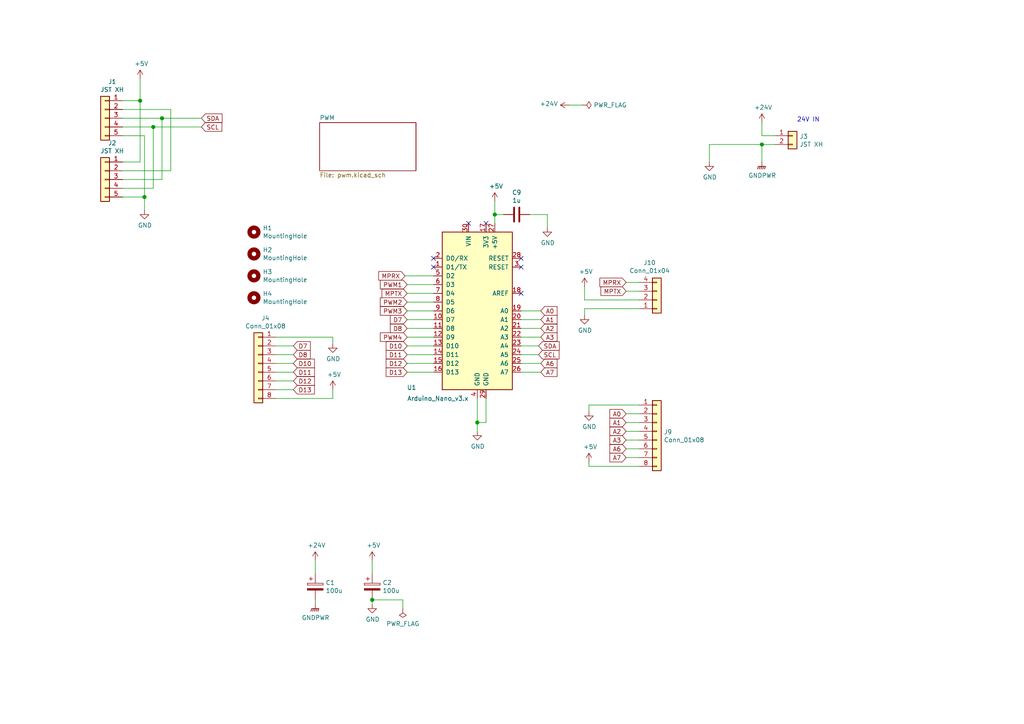
<source format=kicad_sch>
(kicad_sch (version 20250114) (generator "eeschema") (generator_version "9.0")
  (paper "A4")
  (lib_symbols
    (symbol "Connector_Generic:Conn_01x02" (pin_names (offset 1.016) (hide yes))
      (property "Reference" "J" (at 0 2.54 0))
      (property "Value" "Conn_01x02" (at 0 -5.08 0))
      (symbol "Conn_01x02_1_1"
        (rectangle (start -1.27 1.27) (end 1.27 -3.81) (stroke (width 0.254)) (fill (type background)))
        (rectangle (start -1.27 0.127) (end 0 -0.127) (stroke (width 0.1524)))
        (rectangle (start -1.27 -2.413) (end 0 -2.667) (stroke (width 0.1524)))
        (pin passive line (at -5.08 0 0) (length 3.81) (name "Pin_1") (number "1"))
        (pin passive line (at -5.08 -2.54 0) (length 3.81) (name "Pin_2") (number "2"))
      )
    )
    (symbol "Connector_Generic:Conn_01x04" (pin_names (offset 1.016) (hide yes))
      (property "Reference" "J" (at 0 5.08 0))
      (property "Value" "Conn_01x04" (at 0 -7.62 0))
      (symbol "Conn_01x04_1_1"
        (rectangle (start -1.27 3.81) (end 1.27 -6.35) (stroke (width 0.254)) (fill (type background)))
        (rectangle (start -1.27 2.667) (end 0 2.413) (stroke (width 0.1524)))
        (rectangle (start -1.27 0.127) (end 0 -0.127) (stroke (width 0.1524)))
        (rectangle (start -1.27 -2.413) (end 0 -2.667) (stroke (width 0.1524)))
        (rectangle (start -1.27 -4.953) (end 0 -5.207) (stroke (width 0.1524)))
        (pin passive line (at -5.08 2.54 0) (length 3.81) (name "Pin_1") (number "1"))
        (pin passive line (at -5.08 0 0) (length 3.81) (name "Pin_2") (number "2"))
        (pin passive line (at -5.08 -2.54 0) (length 3.81) (name "Pin_3") (number "3"))
        (pin passive line (at -5.08 -5.08 0) (length 3.81) (name "Pin_4") (number "4"))
      )
    )
    (symbol "Connector_Generic:Conn_01x05" (pin_names (offset 1.016) (hide yes))
      (property "Reference" "J" (at 0 7.62 0))
      (property "Value" "Conn_01x05" (at 0 -7.62 0))
      (symbol "Conn_01x05_1_1"
        (rectangle (start -1.27 6.35) (end 1.27 -6.35) (stroke (width 0.254)) (fill (type background)))
        (rectangle (start -1.27 5.207) (end 0 4.953) (stroke (width 0.1524)))
        (rectangle (start -1.27 2.667) (end 0 2.413) (stroke (width 0.1524)))
        (rectangle (start -1.27 0.127) (end 0 -0.127) (stroke (width 0.1524)))
        (rectangle (start -1.27 -2.413) (end 0 -2.667) (stroke (width 0.1524)))
        (rectangle (start -1.27 -4.953) (end 0 -5.207) (stroke (width 0.1524)))
        (pin passive line (at -5.08 5.08 0) (length 3.81) (name "Pin_1") (number "1"))
        (pin passive line (at -5.08 2.54 0) (length 3.81) (name "Pin_2") (number "2"))
        (pin passive line (at -5.08 0 0) (length 3.81) (name "Pin_3") (number "3"))
        (pin passive line (at -5.08 -2.54 0) (length 3.81) (name "Pin_4") (number "4"))
        (pin passive line (at -5.08 -5.08 0) (length 3.81) (name "Pin_5") (number "5"))
      )
    )
    (symbol "Connector_Generic:Conn_01x08" (pin_names (offset 1.016) (hide yes))
      (property "Reference" "J" (at 0 10.16 0))
      (property "Value" "Conn_01x08" (at 0 -12.7 0))
      (symbol "Conn_01x08_1_1"
        (rectangle (start -1.27 8.89) (end 1.27 -11.43) (stroke (width 0.254)) (fill (type background)))
        (rectangle (start -1.27 7.747) (end 0 7.493) (stroke (width 0.1524)))
        (rectangle (start -1.27 5.207) (end 0 4.953) (stroke (width 0.1524)))
        (rectangle (start -1.27 2.667) (end 0 2.413) (stroke (width 0.1524)))
        (rectangle (start -1.27 0.127) (end 0 -0.127) (stroke (width 0.1524)))
        (rectangle (start -1.27 -2.413) (end 0 -2.667) (stroke (width 0.1524)))
        (rectangle (start -1.27 -4.953) (end 0 -5.207) (stroke (width 0.1524)))
        (rectangle (start -1.27 -7.493) (end 0 -7.747) (stroke (width 0.1524)))
        (rectangle (start -1.27 -10.033) (end 0 -10.287) (stroke (width 0.1524)))
        (pin passive line (at -5.08 7.62 0) (length 3.81) (name "Pin_1") (number "1"))
        (pin passive line (at -5.08 5.08 0) (length 3.81) (name "Pin_2") (number "2"))
        (pin passive line (at -5.08 2.54 0) (length 3.81) (name "Pin_3") (number "3"))
        (pin passive line (at -5.08 0 0) (length 3.81) (name "Pin_4") (number "4"))
        (pin passive line (at -5.08 -2.54 0) (length 3.81) (name "Pin_5") (number "5"))
        (pin passive line (at -5.08 -5.08 0) (length 3.81) (name "Pin_6") (number "6"))
        (pin passive line (at -5.08 -7.62 0) (length 3.81) (name "Pin_7") (number "7"))
        (pin passive line (at -5.08 -10.16 0) (length 3.81) (name "Pin_8") (number "8"))
      )
    )
    (symbol "Device:C" (pin_numbers (hide yes)) (pin_names (offset 0.254))
      (property "Reference" "C" (at 0.635 2.54 0))
      (property "Value" "C" (at 0.635 -2.54 0))
      (symbol "C_0_1"
        (polyline (pts (xy -2.032 0.762) (xy 2.032 0.762)) (stroke (width 0.508)))
        (polyline (pts (xy -2.032 -0.762) (xy 2.032 -0.762)) (stroke (width 0.508)))
      )
      (symbol "C_1_1"
        (pin passive line (at 0 3.81 270) (length 2.794) (name "~") (number "1"))
        (pin passive line (at 0 -3.81 90) (length 2.794) (name "~") (number "2"))
      )
    )
    (symbol "Device:CP" (pin_numbers (hide yes)) (pin_names (offset 0.254))
      (property "Reference" "C" (at 0.635 2.54 0))
      (property "Value" "CP" (at 0.635 -2.54 0))
      (symbol "CP_0_1"
        (rectangle (start -2.286 0.508) (end -2.286 1.016))
        (rectangle (start -2.286 0.508) (end 2.286 0.508))
        (polyline (pts (xy -1.778 2.286) (xy -0.762 2.286)))
        (polyline (pts (xy -1.27 2.794) (xy -1.27 1.778)))
        (rectangle (start 2.286 1.016) (end -2.286 1.016))
        (rectangle (start 2.286 1.016) (end 2.286 0.508))
        (rectangle (start 2.286 -0.508) (end -2.286 -1.016) (fill (type outline)))
      )
      (symbol "CP_1_1"
        (pin passive line (at 0 3.81 270) (length 2.794) (name "~") (number "1"))
        (pin passive line (at 0 -3.81 90) (length 2.794) (name "~") (number "2"))
      )
    )
    (symbol "MCU_Module:Arduino_Nano_v3.x" (pin_names (offset 1.016))
      (property "Reference" "A" (at -5.08 26.035 0))
      (property "Value" "Arduino_Nano_v3.x" (at -5.08 24.13 0))
      (symbol "Arduino_Nano_v3.x_0_1"
        (rectangle (start -10.16 22.86) (end 10.16 -22.86) (stroke (width 0.254)) (fill (type background)))
      )
      (symbol "Arduino_Nano_v3.x_1_1"
        (pin bidirectional line (at -12.7 15.24 0) (length 2.54) (name "D0/RX") (number "2"))
        (pin bidirectional line (at -12.7 12.7 0) (length 2.54) (name "D1/TX") (number "1"))
        (pin bidirectional line (at -12.7 10.16 0) (length 2.54) (name "D2") (number "5"))
        (pin bidirectional line (at -12.7 7.62 0) (length 2.54) (name "D3") (number "6"))
        (pin bidirectional line (at -12.7 5.08 0) (length 2.54) (name "D4") (number "7"))
        (pin bidirectional line (at -12.7 2.54 0) (length 2.54) (name "D5") (number "8"))
        (pin bidirectional line (at -12.7 0 0) (length 2.54) (name "D6") (number "9"))
        (pin bidirectional line (at -12.7 -2.54 0) (length 2.54) (name "D7") (number "10"))
        (pin bidirectional line (at -12.7 -5.08 0) (length 2.54) (name "D8") (number "11"))
        (pin bidirectional line (at -12.7 -7.62 0) (length 2.54) (name "D9") (number "12"))
        (pin bidirectional line (at -12.7 -10.16 0) (length 2.54) (name "D10") (number "13"))
        (pin bidirectional line (at -12.7 -12.7 0) (length 2.54) (name "D11") (number "14"))
        (pin bidirectional line (at -12.7 -15.24 0) (length 2.54) (name "D12") (number "15"))
        (pin bidirectional line (at -12.7 -17.78 0) (length 2.54) (name "D13") (number "16"))
        (pin power_in line (at -2.54 25.4 270) (length 2.54) (name "VIN") (number "30"))
        (pin power_in line (at 0 -25.4 90) (length 2.54) (name "GND") (number "4"))
        (pin power_out line (at 2.54 25.4 270) (length 2.54) (name "3V3") (number "17"))
        (pin power_in line (at 2.54 -25.4 90) (length 2.54) (name "GND") (number "29"))
        (pin power_out line (at 5.08 25.4 270) (length 2.54) (name "+5V") (number "27"))
        (pin input line (at 12.7 15.24 180) (length 2.54) (name "RESET") (number "28"))
        (pin input line (at 12.7 12.7 180) (length 2.54) (name "RESET") (number "3"))
        (pin input line (at 12.7 5.08 180) (length 2.54) (name "AREF") (number "18"))
        (pin bidirectional line (at 12.7 0 180) (length 2.54) (name "A0") (number "19"))
        (pin bidirectional line (at 12.7 -2.54 180) (length 2.54) (name "A1") (number "20"))
        (pin bidirectional line (at 12.7 -5.08 180) (length 2.54) (name "A2") (number "21"))
        (pin bidirectional line (at 12.7 -7.62 180) (length 2.54) (name "A3") (number "22"))
        (pin bidirectional line (at 12.7 -10.16 180) (length 2.54) (name "A4") (number "23"))
        (pin bidirectional line (at 12.7 -12.7 180) (length 2.54) (name "A5") (number "24"))
        (pin bidirectional line (at 12.7 -15.24 180) (length 2.54) (name "A6") (number "25"))
        (pin bidirectional line (at 12.7 -17.78 180) (length 2.54) (name "A7") (number "26"))
      )
    )
    (symbol "Mechanical:MountingHole" (pin_names (offset 1.016))
      (property "Reference" "H" (at 0 5.08 0))
      (property "Value" "MountingHole" (at 0 3.175 0))
      (symbol "MountingHole_0_1"
        (circle (center 0 0) (radius 1.27) (stroke (width 1.27)))
      )
    )
    (symbol "power:+24V" (power) (pin_names (offset 0))
      (property "Value" "+24V" (at 0 3.556 0))
      (symbol "+24V_0_1"
        (polyline (pts (xy -0.762 1.27) (xy 0 2.54)))
        (polyline (pts (xy 0 2.54) (xy 0.762 1.27)))
        (polyline (pts (xy 0 0) (xy 0 2.54)))
      )
      (symbol "+24V_1_1"
        (pin power_in line (at 0 0 90) (length 0) (hide yes) (name "+24V") (number "1"))
      )
    )
    (symbol "power:+5V" (power) (pin_names (offset 0))
      (property "Value" "+5V" (at 0 3.556 0))
      (symbol "+5V_0_1"
        (polyline (pts (xy -0.762 1.27) (xy 0 2.54)))
        (polyline (pts (xy 0 2.54) (xy 0.762 1.27)))
        (polyline (pts (xy 0 0) (xy 0 2.54)))
      )
      (symbol "+5V_1_1"
        (pin power_in line (at 0 0 90) (length 0) (hide yes) (name "+5V") (number "1"))
      )
    )
    (symbol "power:GND" (power) (pin_names (offset 0))
      (property "Value" "GND" (at 0 -3.81 0))
      (symbol "GND_0_1"
        (polyline (pts (xy 0 0) (xy 0 -1.27) (xy 1.27 -1.27) (xy 0 -2.54) (xy -1.27 -1.27) (xy 0 -1.27)))
      )
      (symbol "GND_1_1"
        (pin power_in line (at 0 0 270) (length 0) (hide yes) (name "GND") (number "1"))
      )
    )
    (symbol "power:GNDPWR" (power) (pin_names (offset 0))
      (property "Value" "GNDPWR" (at 0 -3.302 0))
      (symbol "GNDPWR_0_1"
        (polyline (pts (xy -1.016 -1.27) (xy -1.27 -2.032) (xy -1.27 -2.032)) (stroke (width 0.2032)))
        (polyline (pts (xy -0.508 -1.27) (xy -0.762 -2.032) (xy -0.762 -2.032)) (stroke (width 0.2032)))
        (polyline (pts (xy 0 -1.27) (xy 0 0)))
        (polyline (pts (xy 0 -1.27) (xy -0.254 -2.032) (xy -0.254 -2.032)) (stroke (width 0.2032)))
        (polyline (pts (xy 0.508 -1.27) (xy 0.254 -2.032) (xy 0.254 -2.032)) (stroke (width 0.2032)))
        (polyline (pts (xy 1.016 -1.27) (xy -1.016 -1.27) (xy -1.016 -1.27)) (stroke (width 0.2032)))
        (polyline (pts (xy 1.016 -1.27) (xy 0.762 -2.032) (xy 0.762 -2.032) (xy 0.762 -2.032)) (stroke (width 0.2032)))
      )
      (symbol "GNDPWR_1_1"
        (pin power_in line (at 0 0 270) (length 0) (hide yes) (name "GNDPWR") (number "1"))
      )
    )
    (symbol "power:PWR_FLAG" (power) (pin_numbers (hide yes)) (pin_names (offset 0) (hide yes))
      (property "Value" "PWR_FLAG" (at 0 3.81 0))
      (symbol "PWR_FLAG_0_0"
        (pin power_out line (at 0 0 90) (length 0) (name "pwr") (number "1"))
      )
      (symbol "PWR_FLAG_0_1"
        (polyline (pts (xy 0 0) (xy 0 1.27) (xy -1.016 1.905) (xy 0 2.54) (xy 1.016 1.905) (xy 0 1.27)))
      )
    )
  )
  (text "24V IN" (at 231.14 35.56 0) (effects (font (size 1.27 1.27)) (justify left bottom)))
  (junction (at 46.99 34.29) (diameter 1.016))
  (junction (at 220.98 41.91) (diameter 1.016))
  (junction (at 44.45 36.83) (diameter 1.016))
  (junction (at 107.95 173.99) (diameter 1.016))
  (junction (at 143.51 62.23) (diameter 1.016))
  (junction (at 40.64 29.21) (diameter 1.016))
  (junction (at 138.43 122.555) (diameter 1.016))
  (junction (at 41.91 57.15) (diameter 1.016))
  (no_connect (at 125.73 74.93))
  (no_connect (at 151.13 77.47))
  (no_connect (at 140.97 64.77))
  (no_connect (at 151.13 85.09))
  (no_connect (at 125.73 77.47))
  (no_connect (at 151.13 74.93))
  (no_connect (at 135.89 64.77))
  (wire (pts (xy 156.845 107.95) (xy 151.13 107.95)))
  (wire (pts (xy 118.11 87.63) (xy 125.73 87.63)))
  (wire (pts (xy 169.545 86.995) (xy 169.545 83.185)))
  (wire (pts (xy 35.56 34.29) (xy 46.99 34.29)))
  (wire (pts (xy 169.545 86.995) (xy 185.42 86.995)))
  (wire (pts (xy 125.73 105.41) (xy 118.11 105.41)))
  (wire (pts (xy 140.97 122.555) (xy 138.43 122.555)))
  (wire (pts (xy 91.44 162.56) (xy 91.44 166.37)))
  (wire (pts (xy 170.815 119.38) (xy 170.815 117.475)))
  (wire (pts (xy 49.53 49.53) (xy 35.56 49.53)))
  (wire (pts (xy 41.91 39.37) (xy 41.91 57.15)))
  (wire (pts (xy 35.56 36.83) (xy 44.45 36.83)))
  (wire (pts (xy 125.73 90.17) (xy 118.11 90.17)))
  (wire (pts (xy 151.13 100.33) (xy 156.21 100.33)))
  (wire (pts (xy 107.95 173.99) (xy 116.84 173.99)))
  (wire (pts (xy 185.42 122.555) (xy 181.61 122.555)))
  (wire (pts (xy 138.43 122.555) (xy 138.43 115.57)))
  (wire (pts (xy 118.11 97.79) (xy 125.73 97.79)))
  (wire (pts (xy 118.11 95.25) (xy 125.73 95.25)))
  (wire (pts (xy 40.64 29.21) (xy 40.64 46.99)))
  (wire (pts (xy 169.545 91.44) (xy 169.545 89.535)))
  (wire (pts (xy 146.05 62.23) (xy 143.51 62.23)))
  (wire (pts (xy 91.44 173.99) (xy 91.44 175.26)))
  (wire (pts (xy 220.98 41.91) (xy 220.98 46.99)))
  (wire (pts (xy 143.51 62.23) (xy 143.51 64.77)))
  (wire (pts (xy 96.52 97.79) (xy 80.01 97.79)))
  (wire (pts (xy 224.79 39.37) (xy 220.98 39.37)))
  (wire (pts (xy 96.52 113.03) (xy 96.52 115.57)))
  (wire (pts (xy 170.815 135.255) (xy 185.42 135.255)))
  (wire (pts (xy 125.73 82.55) (xy 118.11 82.55)))
  (wire (pts (xy 205.74 41.91) (xy 220.98 41.91)))
  (wire (pts (xy 118.11 100.33) (xy 125.73 100.33)))
  (wire (pts (xy 117.475 80.01) (xy 125.73 80.01)))
  (wire (pts (xy 181.61 127.635) (xy 185.42 127.635)))
  (wire (pts (xy 107.95 173.99) (xy 107.95 175.26)))
  (wire (pts (xy 151.13 95.25) (xy 156.845 95.25)))
  (wire (pts (xy 80.01 110.49) (xy 85.09 110.49)))
  (wire (pts (xy 41.91 57.15) (xy 35.56 57.15)))
  (wire (pts (xy 138.43 125.095) (xy 138.43 122.555)))
  (wire (pts (xy 181.61 120.015) (xy 185.42 120.015)))
  (wire (pts (xy 116.84 173.99) (xy 116.84 176.53)))
  (wire (pts (xy 118.11 107.95) (xy 125.73 107.95)))
  (wire (pts (xy 185.42 130.175) (xy 181.61 130.175)))
  (wire (pts (xy 156.845 92.71) (xy 151.13 92.71)))
  (wire (pts (xy 58.42 36.83) (xy 44.45 36.83)))
  (wire (pts (xy 46.99 34.29) (xy 58.42 34.29)))
  (wire (pts (xy 41.91 60.96) (xy 41.91 57.15)))
  (wire (pts (xy 35.56 29.21) (xy 40.64 29.21)))
  (wire (pts (xy 158.75 66.04) (xy 158.75 62.23)))
  (wire (pts (xy 224.79 41.91) (xy 220.98 41.91)))
  (wire (pts (xy 181.61 84.455) (xy 185.42 84.455)))
  (wire (pts (xy 107.95 162.56) (xy 107.95 166.37)))
  (wire (pts (xy 46.99 52.07) (xy 35.56 52.07)))
  (wire (pts (xy 35.56 31.75) (xy 49.53 31.75)))
  (wire (pts (xy 118.11 92.71) (xy 125.73 92.71)))
  (wire (pts (xy 156.845 97.79) (xy 151.13 97.79)))
  (wire (pts (xy 158.75 62.23) (xy 153.67 62.23)))
  (wire (pts (xy 140.97 115.57) (xy 140.97 122.555)))
  (wire (pts (xy 96.52 115.57) (xy 80.01 115.57)))
  (wire (pts (xy 181.61 125.095) (xy 185.42 125.095)))
  (wire (pts (xy 96.52 99.695) (xy 96.52 97.79)))
  (wire (pts (xy 181.61 132.715) (xy 185.42 132.715)))
  (wire (pts (xy 169.545 89.535) (xy 185.42 89.535)))
  (wire (pts (xy 49.53 31.75) (xy 49.53 49.53)))
  (wire (pts (xy 85.09 107.95) (xy 80.01 107.95)))
  (wire (pts (xy 40.64 46.99) (xy 35.56 46.99)))
  (wire (pts (xy 85.09 113.03) (xy 80.01 113.03)))
  (wire (pts (xy 170.815 117.475) (xy 185.42 117.475)))
  (wire (pts (xy 205.74 46.99) (xy 205.74 41.91)))
  (wire (pts (xy 85.09 102.87) (xy 80.01 102.87)))
  (wire (pts (xy 46.99 34.29) (xy 46.99 52.07)))
  (wire (pts (xy 156.21 102.87) (xy 151.13 102.87)))
  (wire (pts (xy 151.13 105.41) (xy 156.845 105.41)))
  (wire (pts (xy 44.45 54.61) (xy 35.56 54.61)))
  (wire (pts (xy 151.13 90.17) (xy 156.845 90.17)))
  (wire (pts (xy 40.64 22.86) (xy 40.64 29.21)))
  (wire (pts (xy 80.01 105.41) (xy 85.09 105.41)))
  (wire (pts (xy 35.56 39.37) (xy 41.91 39.37)))
  (wire (pts (xy 118.11 102.87) (xy 125.73 102.87)))
  (wire (pts (xy 220.98 39.37) (xy 220.98 35.56)))
  (wire (pts (xy 143.51 58.42) (xy 143.51 62.23)))
  (wire (pts (xy 80.01 100.33) (xy 85.09 100.33)))
  (wire (pts (xy 170.815 133.985) (xy 170.815 135.255)))
  (wire (pts (xy 118.11 85.09) (xy 125.73 85.09)))
  (wire (pts (xy 185.42 81.915) (xy 181.61 81.915)))
  (wire (pts (xy 44.45 36.83) (xy 44.45 54.61)))
  (wire (pts (xy 165.1 30.48) (xy 168.91 30.48)))
  (global_label "A0" (shape input) (at 181.61 120.015 180) (property "Intersheetrefs" "${INTERSHEET_REFS}" (effects (hide yes))))
  (global_label "D8" (shape input) (at 118.11 95.25 180) (property "Intersheetrefs" "${INTERSHEET_REFS}" (effects (hide yes))))
  (global_label "PWM4" (shape input) (at 118.11 97.79 180) (property "Intersheetrefs" "${INTERSHEET_REFS}" (effects (hide yes))))
  (global_label "MPRX" (shape input) (at 181.61 81.915 180) (property "Intersheetrefs" "${INTERSHEET_REFS}" (effects (hide yes))))
  (global_label "A7" (shape input) (at 181.61 132.715 180) (property "Intersheetrefs" "${INTERSHEET_REFS}" (effects (hide yes))))
  (global_label "A1" (shape input) (at 181.61 122.555 180) (property "Intersheetrefs" "${INTERSHEET_REFS}" (effects (hide yes))))
  (global_label "PWM3" (shape input) (at 118.11 90.17 180) (property "Intersheetrefs" "${INTERSHEET_REFS}" (effects (hide yes))))
  (global_label "D7" (shape input) (at 118.11 92.71 180) (property "Intersheetrefs" "${INTERSHEET_REFS}" (effects (hide yes))))
  (global_label "SDA" (shape input) (at 156.21 100.33 0) (property "Intersheetrefs" "${INTERSHEET_REFS}" (effects (hide yes))))
  (global_label "D12" (shape input) (at 118.11 105.41 180) (property "Intersheetrefs" "${INTERSHEET_REFS}" (effects (hide yes))))
  (global_label "A7" (shape input) (at 156.845 107.95 0) (property "Intersheetrefs" "${INTERSHEET_REFS}" (effects (hide yes))))
  (global_label "D7" (shape input) (at 85.09 100.33 0) (property "Intersheetrefs" "${INTERSHEET_REFS}" (effects (hide yes))))
  (global_label "A2" (shape input) (at 156.845 95.25 0) (property "Intersheetrefs" "${INTERSHEET_REFS}" (effects (hide yes))))
  (global_label "D13" (shape input) (at 85.09 113.03 0) (property "Intersheetrefs" "${INTERSHEET_REFS}" (effects (hide yes))))
  (global_label "A6" (shape input) (at 156.845 105.41 0) (property "Intersheetrefs" "${INTERSHEET_REFS}" (effects (hide yes))))
  (global_label "PWM1" (shape input) (at 118.11 82.55 180) (property "Intersheetrefs" "${INTERSHEET_REFS}" (effects (hide yes))))
  (global_label "SCL" (shape input) (at 156.21 102.87 0) (property "Intersheetrefs" "${INTERSHEET_REFS}" (effects (hide yes))))
  (global_label "A3" (shape input) (at 181.61 127.635 180) (property "Intersheetrefs" "${INTERSHEET_REFS}" (effects (hide yes))))
  (global_label "A3" (shape input) (at 156.845 97.79 0) (property "Intersheetrefs" "${INTERSHEET_REFS}" (effects (hide yes))))
  (global_label "D12" (shape input) (at 85.09 110.49 0) (property "Intersheetrefs" "${INTERSHEET_REFS}" (effects (hide yes))))
  (global_label "SCL" (shape input) (at 58.42 36.83 0) (property "Intersheetrefs" "${INTERSHEET_REFS}" (effects (hide yes))))
  (global_label "A0" (shape input) (at 156.845 90.17 0) (property "Intersheetrefs" "${INTERSHEET_REFS}" (effects (hide yes))))
  (global_label "D8" (shape input) (at 85.09 102.87 0) (property "Intersheetrefs" "${INTERSHEET_REFS}" (effects (hide yes))))
  (global_label "SDA" (shape input) (at 58.42 34.29 0) (property "Intersheetrefs" "${INTERSHEET_REFS}" (effects (hide yes))))
  (global_label "MPTX" (shape input) (at 181.61 84.455 180) (property "Intersheetrefs" "${INTERSHEET_REFS}" (effects (hide yes))))
  (global_label "D10" (shape input) (at 118.11 100.33 180) (property "Intersheetrefs" "${INTERSHEET_REFS}" (effects (hide yes))))
  (global_label "A6" (shape input) (at 181.61 130.175 180) (property "Intersheetrefs" "${INTERSHEET_REFS}" (effects (hide yes))))
  (global_label "A2" (shape input) (at 181.61 125.095 180) (property "Intersheetrefs" "${INTERSHEET_REFS}" (effects (hide yes))))
  (global_label "D13" (shape input) (at 118.11 107.95 180) (property "Intersheetrefs" "${INTERSHEET_REFS}" (effects (hide yes))))
  (global_label "PWM2" (shape input) (at 118.11 87.63 180) (property "Intersheetrefs" "${INTERSHEET_REFS}" (effects (hide yes))))
  (global_label "D11" (shape input) (at 85.09 107.95 0) (property "Intersheetrefs" "${INTERSHEET_REFS}" (effects (hide yes))))
  (global_label "MPTX" (shape input) (at 118.11 85.09 180) (property "Intersheetrefs" "${INTERSHEET_REFS}" (effects (hide yes))))
  (global_label "A1" (shape input) (at 156.845 92.71 0) (property "Intersheetrefs" "${INTERSHEET_REFS}" (effects (hide yes))))
  (global_label "MPRX" (shape input) (at 117.475 80.01 180) (property "Intersheetrefs" "${INTERSHEET_REFS}" (effects (hide yes))))
  (global_label "D10" (shape input) (at 85.09 105.41 0) (property "Intersheetrefs" "${INTERSHEET_REFS}" (effects (hide yes))))
  (global_label "D11" (shape input) (at 118.11 102.87 180) (property "Intersheetrefs" "${INTERSHEET_REFS}" (effects (hide yes))))
  (symbol (lib_id "MCU_Module:Arduino_Nano_v3.x") (at 138.43 90.17 0) (unit 1)
    (property "Reference" "U1" (at 119.38 112.395 0))
    (property "Value" "Arduino_Nano_v3.x" (at 127 115.57 0))
    (property "Footprint" "Module:Arduino_Nano" (effects (hide yes)))
    (property "Datasheet" "http://www.mouser.com/pdfdocs/Gravitech_Arduino_Nano3_0.pdf" (effects (hide yes)))
  )
  (symbol (lib_id "Connector_Generic:Conn_01x02") (at 229.87 39.37 0) (unit 1)
    (property "Reference" "J3" (at 231.902 39.5732 0) (effects (justify left)))
    (property "Value" "JST XH" (at 231.902 41.8846 0) (effects (justify left)))
    (property "Footprint" "Connector_JST:JST_XH_B02B-XH-A_1x02_P2.50mm_Vertical" (effects (hide yes)))
  )
  (symbol (lib_id "power:+24V") (at 220.98 35.56 0) (unit 1)
    (property "Reference" "#PWR0101" (effects (hide yes)))
    (property "Value" "+24V" (at 221.361 31.1658 0))
  )
  (symbol (lib_id "power:+24V") (at 91.44 162.56 0) (unit 1)
    (property "Reference" "#PWR0110" (effects (hide yes)))
    (property "Value" "+24V" (at 91.821 158.1658 0))
  )
  (symbol (lib_id "Device:CP") (at 91.44 170.18 0) (unit 1)
    (property "Reference" "C1" (at 94.4372 169.0116 0) (effects (justify left)))
    (property "Value" "100u" (at 94.4372 171.323 0) (effects (justify left)))
    (property "Footprint" "Capacitor_SMD:CP_Elec_10x10" (effects (hide yes)))
  )
  (symbol (lib_id "power:GND") (at 41.91 60.96 0) (unit 1)
    (property "Reference" "#PWR0105" (effects (hide yes)))
    (property "Value" "GND" (at 42.037 65.3542 0))
  )
  (symbol (lib_id "power:+5V") (at 40.64 22.86 0) (unit 1)
    (property "Reference" "#PWR0106" (effects (hide yes)))
    (property "Value" "+5V" (at 41.021 18.4658 0))
  )
  (symbol (lib_id "Connector_Generic:Conn_01x05") (at 30.48 52.07 0) (mirror y) (unit 1)
    (property "Reference" "J2" (at 32.5628 41.4782 0))
    (property "Value" "JST XH" (at 32.5628 43.7896 0))
    (property "Footprint" "Connector_JST:JST_XH_B05B-XH-A_1x05_P2.50mm_Vertical" (effects (hide yes)))
  )
  (symbol (lib_id "Connector_Generic:Conn_01x05") (at 30.48 34.29 0) (mirror y) (unit 1)
    (property "Reference" "J1" (at 32.5628 23.6982 0))
    (property "Value" "JST XH" (at 32.5628 26.0096 0))
    (property "Footprint" "Connector_JST:JST_XH_B05B-XH-A_1x05_P2.50mm_Vertical" (effects (hide yes)))
  )
  (symbol (lib_id "power:GNDPWR") (at 220.98 46.99 0) (unit 1)
    (property "Reference" "#PWR0107" (effects (hide yes)))
    (property "Value" "GNDPWR" (at 221.0816 50.9016 0))
  )
  (symbol (lib_id "power:+5V") (at 143.51 58.42 0) (unit 1)
    (property "Reference" "#PWR0115" (effects (hide yes)))
    (property "Value" "+5V" (at 143.891 54.0258 0))
  )
  (symbol (lib_id "power:GND") (at 205.74 46.99 0) (unit 1)
    (property "Reference" "#PWR0109" (effects (hide yes)))
    (property "Value" "GND" (at 205.867 51.3842 0))
  )
  (symbol (lib_id "Mechanical:MountingHole") (at 73.66 67.31 0) (unit 1)
    (property "Reference" "H1" (at 76.2 66.1416 0) (effects (justify left)))
    (property "Value" "MountingHole" (at 76.2 68.453 0) (effects (justify left)))
    (property "Footprint" "MountingHole:MountingHole_3.2mm_M3" (effects (hide yes)))
  )
  (symbol (lib_id "Mechanical:MountingHole") (at 73.66 73.66 0) (unit 1)
    (property "Reference" "H2" (at 76.2 72.4916 0) (effects (justify left)))
    (property "Value" "MountingHole" (at 76.2 74.803 0) (effects (justify left)))
    (property "Footprint" "MountingHole:MountingHole_3.2mm_M3" (effects (hide yes)))
  )
  (symbol (lib_id "Mechanical:MountingHole") (at 73.66 80.01 0) (unit 1)
    (property "Reference" "H3" (at 76.2 78.8416 0) (effects (justify left)))
    (property "Value" "MountingHole" (at 76.2 81.153 0) (effects (justify left)))
    (property "Footprint" "MountingHole:MountingHole_3.2mm_M3" (effects (hide yes)))
  )
  (symbol (lib_id "Mechanical:MountingHole") (at 73.66 86.36 0) (unit 1)
    (property "Reference" "H4" (at 76.2 85.1916 0) (effects (justify left)))
    (property "Value" "MountingHole" (at 76.2 87.503 0) (effects (justify left)))
    (property "Footprint" "MountingHole:MountingHole_3.2mm_M3" (effects (hide yes)))
  )
  (symbol (lib_id "power:PWR_FLAG") (at 168.91 30.48 270) (unit 1)
    (property "Reference" "#FLG0101" (effects (hide yes)))
    (property "Value" "PWR_FLAG" (at 172.1612 30.48 90) (effects (justify left)))
  )
  (symbol (lib_id "power:+24V") (at 165.1 30.48 90) (unit 1)
    (property "Reference" "#PWR0122" (effects (hide yes)))
    (property "Value" "+24V" (at 161.8488 30.099 90) (effects (justify left)))
  )
  (symbol (lib_id "power:GNDPWR") (at 91.44 175.26 0) (unit 1)
    (property "Reference" "#PWR0108" (effects (hide yes)))
    (property "Value" "GNDPWR" (at 91.5416 179.1716 0))
  )
  (symbol (lib_id "Device:CP") (at 107.95 170.18 0) (unit 1)
    (property "Reference" "C2" (at 110.9472 169.0116 0) (effects (justify left)))
    (property "Value" "100u" (at 110.9472 171.323 0) (effects (justify left)))
    (property "Footprint" "Capacitor_SMD:CP_Elec_10x10" (effects (hide yes)))
  )
  (symbol (lib_id "power:+5V") (at 107.95 162.56 0) (unit 1)
    (property "Reference" "#PWR014" (effects (hide yes)))
    (property "Value" "+5V" (at 108.331 158.1658 0))
  )
  (symbol (lib_id "Device:C") (at 149.86 62.23 270) (unit 1)
    (property "Reference" "C9" (at 149.86 55.8292 90))
    (property "Value" "1u" (at 149.86 58.1406 90))
    (property "Footprint" "Capacitor_SMD:C_0805_2012Metric" (effects (hide yes)))
  )
  (symbol (lib_id "power:GND") (at 158.75 66.04 0) (unit 1)
    (property "Reference" "#PWR0102" (effects (hide yes)))
    (property "Value" "GND" (at 158.877 70.4342 0))
  )
  (symbol (lib_id "power:GND") (at 107.95 175.26 0) (unit 1)
    (property "Reference" "#PWR0111" (effects (hide yes)))
    (property "Value" "GND" (at 108.077 179.6542 0))
  )
  (symbol (lib_id "power:PWR_FLAG") (at 116.84 176.53 180) (unit 1)
    (property "Reference" "#FLG0103" (effects (hide yes)))
    (property "Value" "PWR_FLAG" (at 116.84 180.9242 0))
  )
  (symbol (lib_id "power:GND") (at 138.43 125.095 0) (unit 1)
    (property "Reference" "#PWR0103" (effects (hide yes)))
    (property "Value" "GND" (at 138.557 129.4892 0))
  )
  (symbol (lib_id "power:+5V") (at 169.545 83.185 0) (unit 1)
    (property "Reference" "#PWR016" (effects (hide yes)))
    (property "Value" "+5V" (at 169.926 78.7908 0))
  )
  (symbol (lib_id "power:GND") (at 169.545 91.44 0) (unit 1)
    (property "Reference" "#PWR017" (effects (hide yes)))
    (property "Value" "GND" (at 169.672 95.8342 0))
  )
  (symbol (lib_id "Connector_Generic:Conn_01x08") (at 190.5 125.095 0) (unit 1)
    (property "Reference" "J9" (at 192.532 125.2982 0) (effects (justify left)))
    (property "Value" "Conn_01x08" (at 192.532 127.6096 0) (effects (justify left)))
    (property "Footprint" "Connector_JST:JST_XH_B08B-XH-A_1x08_P2.50mm_Vertical" (effects (hide yes)))
  )
  (symbol (lib_id "Connector_Generic:Conn_01x04") (at 190.5 86.995 0) (mirror x) (unit 1)
    (property "Reference" "J10" (at 188.4172 76.2 0))
    (property "Value" "Conn_01x04" (at 188.4172 78.5114 0))
    (property "Footprint" "Connector_JST:JST_XH_B04B-XH-A_1x04_P2.50mm_Vertical" (effects (hide yes)))
  )
  (symbol (lib_id "power:GND") (at 170.815 119.38 0) (unit 1)
    (property "Reference" "#PWR018" (effects (hide yes)))
    (property "Value" "GND" (at 170.942 123.7742 0))
  )
  (symbol (lib_id "power:+5V") (at 170.815 133.985 0) (unit 1)
    (property "Reference" "#PWR019" (effects (hide yes)))
    (property "Value" "+5V" (at 171.196 129.5908 0))
  )
  (symbol (lib_id "Connector_Generic:Conn_01x08") (at 74.93 105.41 0) (mirror y) (unit 1)
    (property "Reference" "J4" (at 77.0128 92.2782 0))
    (property "Value" "Conn_01x08" (at 77.0128 94.5896 0))
    (property "Footprint" "Connector_JST:JST_XH_B08B-XH-A_1x08_P2.50mm_Vertical" (effects (hide yes)))
  )
  (symbol (lib_id "power:GND") (at 96.52 99.695 0) (unit 1)
    (property "Reference" "#PWR013" (effects (hide yes)))
    (property "Value" "GND" (at 96.647 104.0892 0))
  )
  (symbol (lib_id "power:+5V") (at 96.52 113.03 0) (unit 1)
    (property "Reference" "#PWR015" (effects (hide yes)))
    (property "Value" "+5V" (at 96.901 108.6358 0))
  )
  (sheet (at 92.71 35.56) (size 27.94 13.97)
    (property "Sheetname" "PWM" (at 92.71 34.9245 0) (effects (justify left bottom)))
    (property "Sheetfile" "pwm.kicad_sch" (at 92.71 50.0385 0) (effects (justify left top)))
  )
)
</source>
